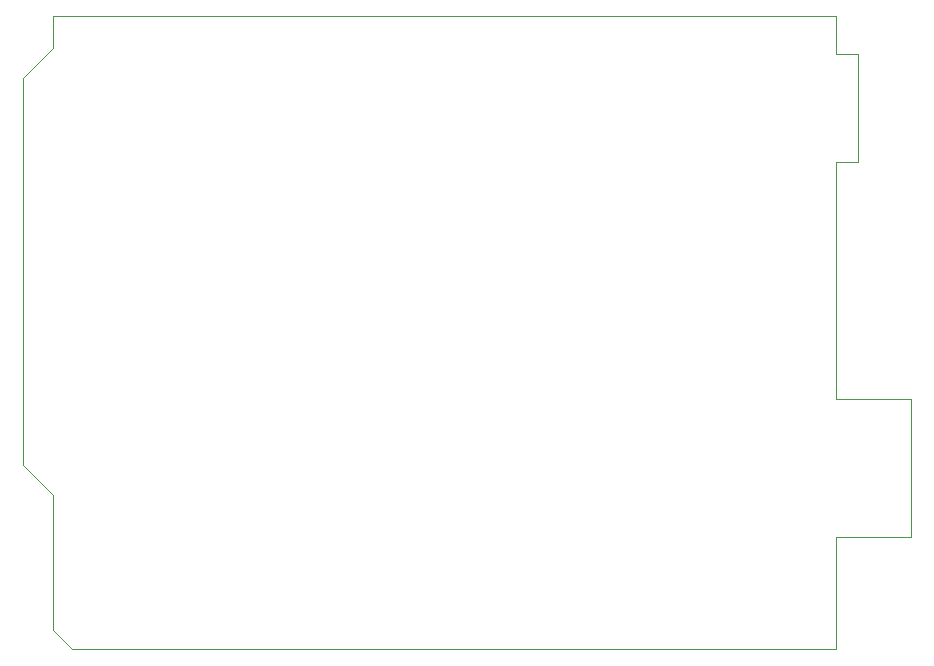
<source format=gbr>
%TF.GenerationSoftware,KiCad,Pcbnew,(6.0.6)*%
%TF.CreationDate,2022-11-26T23:59:25-08:00*%
%TF.ProjectId,AS-OPEN9BTN-UNOSHLD-01,41532d4f-5045-44e3-9942-544e2d554e4f,rev?*%
%TF.SameCoordinates,Original*%
%TF.FileFunction,Legend,Bot*%
%TF.FilePolarity,Positive*%
%FSLAX46Y46*%
G04 Gerber Fmt 4.6, Leading zero omitted, Abs format (unit mm)*
G04 Created by KiCad (PCBNEW (6.0.6)) date 2022-11-26 23:59:25*
%MOMM*%
%LPD*%
G01*
G04 APERTURE LIST*
%ADD10C,0.120000*%
G04 APERTURE END LIST*
D10*
%TO.C,A1*%
X40535400Y-105185400D02*
X37995400Y-102645400D01*
X106835400Y-76985400D02*
X106835400Y-97055400D01*
X40535400Y-67335400D02*
X40535400Y-64665400D01*
X113185400Y-108735400D02*
X106835400Y-108735400D01*
X106835400Y-64665400D02*
X106835400Y-67845400D01*
X106835400Y-108735400D02*
X106835400Y-118265400D01*
X106835400Y-97055400D02*
X113185400Y-97055400D01*
X113185400Y-97055400D02*
X113185400Y-108735400D01*
X42185400Y-118265400D02*
X40535400Y-116615400D01*
X37995400Y-69875400D02*
X40535400Y-67335400D01*
X106835400Y-118265400D02*
X42185400Y-118265400D01*
X40535400Y-116615400D02*
X40535400Y-105185400D01*
X106835400Y-67845400D02*
X108735400Y-67845400D01*
X108735400Y-76985400D02*
X106835400Y-76985400D01*
X108735400Y-67845400D02*
X108735400Y-76985400D01*
X40535400Y-64665400D02*
X106835400Y-64665400D01*
X37995400Y-102645400D02*
X37995400Y-69875400D01*
%TD*%
M02*

</source>
